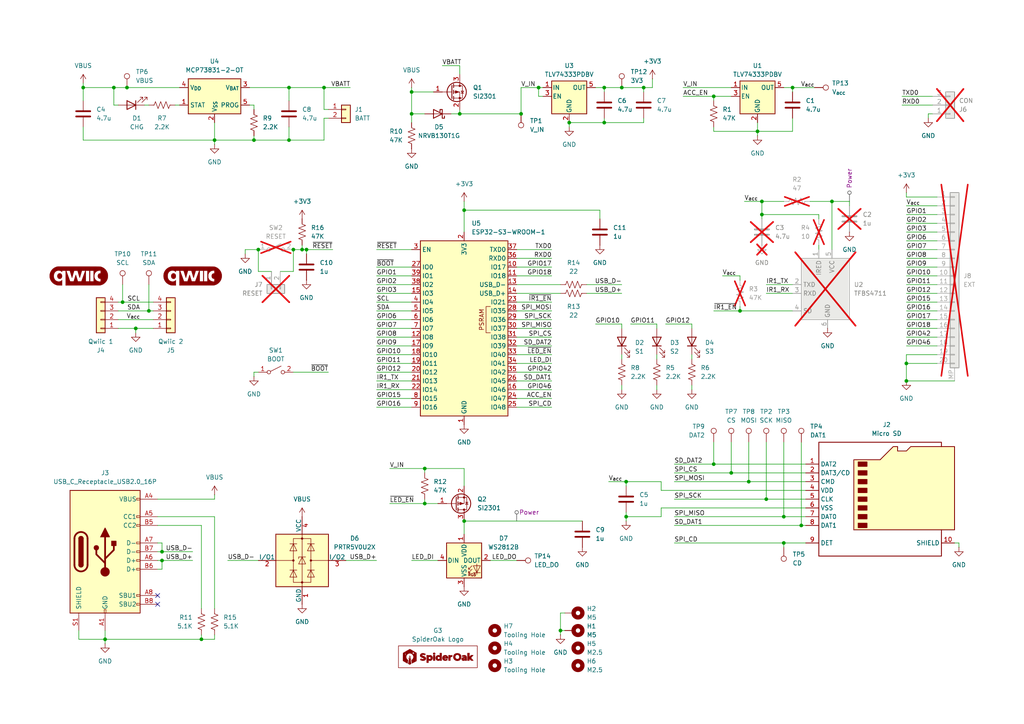
<source format=kicad_sch>
(kicad_sch (version 20250114) (generator "eeschema") (generator_version "9.0")
  (paper "A4")
  (junction (at 220.98 58.42))
  (junction (at 227.33 149.86))
  (junction (at 222.25 144.78))
  (junction (at 85.09 72.39))
  (junction (at 207.01 134.62))
  (junction (at 133.35 33.02))
  (junction (at 93.98 25.4))
  (junction (at 30.48 185.42))
  (junction (at 43.18 90.17))
  (junction (at 46.99 162.56))
  (junction (at 33.02 25.4))
  (junction (at 151.13 33.02))
  (junction (at 83.82 40.64))
  (junction (at 262.89 105.41))
  (junction (at 217.17 139.7))
  (junction (at 162.56 182.88))
  (junction (at 46.99 160.02))
  (junction (at 175.26 35.56))
  (junction (at 181.61 149.86))
  (junction (at 175.26 25.4))
  (junction (at 220.98 62.23))
  (junction (at 134.62 60.96))
  (junction (at 62.23 40.64))
  (junction (at 24.13 25.4))
  (junction (at 134.62 151.13))
  (junction (at 241.3 58.42))
  (junction (at 119.38 33.02))
  (junction (at 165.1 35.56))
  (junction (at 186.69 25.4))
  (junction (at 87.63 72.39))
  (junction (at 119.38 26.67))
  (junction (at 36.83 25.4))
  (junction (at 207.01 27.94))
  (junction (at 232.41 152.4))
  (junction (at 123.19 146.05))
  (junction (at 227.33 157.48))
  (junction (at 181.61 139.7))
  (junction (at 156.21 25.4))
  (junction (at 229.87 25.4))
  (junction (at 35.56 87.63))
  (junction (at 180.34 25.4))
  (junction (at 73.66 40.64))
  (junction (at 219.71 38.1))
  (junction (at 58.42 185.42))
  (junction (at 123.19 135.89))
  (junction (at 83.82 25.4))
  (junction (at 74.93 72.39))
  (junction (at 214.63 90.17))
  (junction (at 39.37 95.25))
  (junction (at 262.89 110.49))
  (junction (at 88.9 72.39))
  (junction (at 212.09 137.16))
  (no_connect (at 45.72 175.26))
  (no_connect (at 45.72 172.72))
  (wire (pts (xy 88.9 72.39) (xy 88.9 73.66)))
  (wire (pts (xy 149.86 115.57) (xy 160.02 115.57)))
  (wire (pts (xy 83.82 40.64) (xy 93.98 40.64)))
  (wire (pts (xy 109.22 97.79) (xy 119.38 97.79)))
  (wire (pts (xy 261.62 30.48) (xy 270.51 30.48)))
  (wire (pts (xy 156.21 25.4) (xy 156.21 27.94)))
  (wire (pts (xy 45.72 165.1) (xy 46.99 165.1)))
  (wire (pts (xy 149.86 105.41) (xy 160.02 105.41)))
  (wire (pts (xy 74.93 78.74) (xy 78.74 78.74)))
  (wire (pts (xy 30.48 185.42) (xy 30.48 186.69)))
  (wire (pts (xy 186.69 25.4) (xy 186.69 26.67)))
  (wire (pts (xy 119.38 115.57) (xy 109.22 115.57)))
  (wire (pts (xy 262.89 67.31) (xy 271.78 67.31)))
  (wire (pts (xy 222.25 85.09) (xy 229.87 85.09)))
  (wire (pts (xy 229.87 25.4) (xy 236.22 25.4)))
  (wire (pts (xy 85.09 72.39) (xy 85.09 78.74)))
  (wire (pts (xy 262.89 87.63) (xy 271.78 87.63)))
  (wire (pts (xy 109.22 102.87) (xy 119.38 102.87)))
  (wire (pts (xy 262.89 64.77) (xy 271.78 64.77)))
  (wire (pts (xy 160.02 97.79) (xy 149.86 97.79)))
  (wire (pts (xy 74.93 107.95) (xy 73.66 107.95)))
  (wire (pts (xy 262.89 95.25) (xy 271.78 95.25)))
  (wire (pts (xy 109.22 72.39) (xy 119.38 72.39)))
  (wire (pts (xy 62.23 149.86) (xy 62.23 176.53)))
  (wire (pts (xy 109.22 107.95) (xy 119.38 107.95)))
  (wire (pts (xy 58.42 176.53) (xy 58.42 152.4)))
  (wire (pts (xy 222.25 82.55) (xy 229.87 82.55)))
  (wire (pts (xy 30.48 182.88) (xy 30.48 185.42)))
  (wire (pts (xy 119.38 162.56) (xy 127 162.56)))
  (wire (pts (xy 261.62 27.94) (xy 270.51 27.94)))
  (wire (pts (xy 160.02 100.33) (xy 149.86 100.33)))
  (wire (pts (xy 198.12 25.4) (xy 212.09 25.4)))
  (wire (pts (xy 113.03 146.05) (xy 123.19 146.05)))
  (wire (pts (xy 262.89 85.09) (xy 271.78 85.09)))
  (wire (pts (xy 262.89 80.01) (xy 271.78 80.01)))
  (wire (pts (xy 162.56 184.15) (xy 162.56 182.88)))
  (wire (pts (xy 46.99 162.56) (xy 55.88 162.56)))
  (wire (pts (xy 180.34 25.4) (xy 186.69 25.4)))
  (wire (pts (xy 134.62 60.96) (xy 134.62 67.31)))
  (wire (pts (xy 207.01 134.62) (xy 233.68 134.62)))
  (wire (pts (xy 190.5 93.98) (xy 190.5 95.25)))
  (wire (pts (xy 212.09 137.16) (xy 233.68 137.16)))
  (wire (pts (xy 262.89 69.85) (xy 271.78 69.85)))
  (wire (pts (xy 180.34 93.98) (xy 180.34 95.25)))
  (wire (pts (xy 119.38 118.11) (xy 109.22 118.11)))
  (wire (pts (xy 181.61 139.7) (xy 181.61 140.97)))
  (wire (pts (xy 200.66 111.76) (xy 200.66 113.03)))
  (wire (pts (xy 24.13 29.21) (xy 24.13 25.4)))
  (wire (pts (xy 149.86 82.55) (xy 162.56 82.55)))
  (wire (pts (xy 34.29 30.48) (xy 33.02 30.48)))
  (wire (pts (xy 45.72 162.56) (xy 46.99 162.56)))
  (wire (pts (xy 209.55 80.01) (xy 214.63 80.01)))
  (wire (pts (xy 109.22 100.33) (xy 119.38 100.33)))
  (wire (pts (xy 93.98 25.4) (xy 101.6 25.4)))
  (wire (pts (xy 35.56 82.55) (xy 35.56 87.63)))
  (wire (pts (xy 22.86 182.88) (xy 22.86 185.42)))
  (wire (pts (xy 73.66 31.75) (xy 73.66 30.48)))
  (wire (pts (xy 207.01 128.27) (xy 207.01 134.62)))
  (wire (pts (xy 198.12 27.94) (xy 207.01 27.94)))
  (wire (pts (xy 207.01 36.83) (xy 207.01 38.1)))
  (wire (pts (xy 134.62 58.42) (xy 134.62 60.96)))
  (wire (pts (xy 46.99 160.02) (xy 46.99 157.48)))
  (wire (pts (xy 237.49 62.23) (xy 237.49 63.5)))
  (wire (pts (xy 232.41 152.4) (xy 233.68 152.4)))
  (wire (pts (xy 58.42 152.4) (xy 45.72 152.4)))
  (wire (pts (xy 262.89 90.17) (xy 271.78 90.17)))
  (wire (pts (xy 262.89 102.87) (xy 271.78 102.87)))
  (wire (pts (xy 151.13 25.4) (xy 151.13 33.02)))
  (wire (pts (xy 109.22 92.71) (xy 119.38 92.71)))
  (wire (pts (xy 85.09 72.39) (xy 87.63 72.39)))
  (wire (pts (xy 220.98 58.42) (xy 220.98 62.23)))
  (wire (pts (xy 278.13 158.75) (xy 278.13 157.48)))
  (wire (pts (xy 170.18 82.55) (xy 180.34 82.55)))
  (wire (pts (xy 262.89 55.88) (xy 262.89 57.15)))
  (wire (pts (xy 66.04 162.56) (xy 74.93 162.56)))
  (wire (pts (xy 50.8 30.48) (xy 52.07 30.48)))
  (wire (pts (xy 214.63 80.01) (xy 214.63 81.28)))
  (wire (pts (xy 83.82 25.4) (xy 83.82 29.21)))
  (wire (pts (xy 24.13 25.4) (xy 33.02 25.4)))
  (wire (pts (xy 195.58 157.48) (xy 227.33 157.48)))
  (wire (pts (xy 160.02 90.17) (xy 149.86 90.17)))
  (wire (pts (xy 74.93 72.39) (xy 74.93 78.74)))
  (wire (pts (xy 222.25 128.27) (xy 222.25 144.78)))
  (wire (pts (xy 149.86 77.47) (xy 160.02 77.47)))
  (wire (pts (xy 181.61 149.86) (xy 191.77 149.86)))
  (wire (pts (xy 170.18 85.09) (xy 180.34 85.09)))
  (wire (pts (xy 162.56 177.8) (xy 162.56 182.88)))
  (wire (pts (xy 72.39 25.4) (xy 83.82 25.4)))
  (wire (pts (xy 190.5 111.76) (xy 190.5 113.03)))
  (wire (pts (xy 217.17 139.7) (xy 233.68 139.7)))
  (wire (pts (xy 220.98 58.42) (xy 227.33 58.42)))
  (wire (pts (xy 207.01 38.1) (xy 219.71 38.1)))
  (wire (pts (xy 62.23 35.56) (xy 62.23 40.64)))
  (wire (pts (xy 119.38 33.02) (xy 119.38 35.56)))
  (wire (pts (xy 39.37 95.25) (xy 44.45 95.25)))
  (wire (pts (xy 45.72 144.78) (xy 62.23 144.78)))
  (wire (pts (xy 175.26 35.56) (xy 175.26 34.29)))
  (wire (pts (xy 262.89 74.93) (xy 271.78 74.93)))
  (wire (pts (xy 24.13 40.64) (xy 24.13 36.83)))
  (wire (pts (xy 219.71 38.1) (xy 219.71 39.37)))
  (wire (pts (xy 195.58 144.78) (xy 222.25 144.78)))
  (wire (pts (xy 93.98 34.29) (xy 95.25 34.29)))
  (wire (pts (xy 165.1 35.56) (xy 175.26 35.56)))
  (wire (pts (xy 41.91 30.48) (xy 43.18 30.48)))
  (wire (pts (xy 176.53 139.7) (xy 181.61 139.7)))
  (wire (pts (xy 195.58 137.16) (xy 212.09 137.16)))
  (wire (pts (xy 262.89 110.49) (xy 276.86 110.49)))
  (wire (pts (xy 262.89 57.15) (xy 271.78 57.15)))
  (wire (pts (xy 180.34 111.76) (xy 180.34 113.03)))
  (wire (pts (xy 149.86 102.87) (xy 160.02 102.87)))
  (wire (pts (xy 165.1 35.56) (xy 165.1 36.83)))
  (wire (pts (xy 35.56 87.63) (xy 44.45 87.63)))
  (wire (pts (xy 88.9 72.39) (xy 96.52 72.39)))
  (wire (pts (xy 123.19 135.89) (xy 123.19 137.16)))
  (wire (pts (xy 149.86 118.11) (xy 160.02 118.11)))
  (wire (pts (xy 180.34 102.87) (xy 180.34 104.14)))
  (wire (pts (xy 71.12 72.39) (xy 71.12 73.66)))
  (wire (pts (xy 109.22 95.25) (xy 119.38 95.25)))
  (wire (pts (xy 93.98 40.64) (xy 93.98 34.29)))
  (wire (pts (xy 43.18 90.17) (xy 44.45 90.17)))
  (wire (pts (xy 262.89 72.39) (xy 271.78 72.39)))
  (wire (pts (xy 58.42 185.42) (xy 62.23 185.42)))
  (wire (pts (xy 262.89 105.41) (xy 271.78 105.41)))
  (wire (pts (xy 109.22 90.17) (xy 119.38 90.17)))
  (wire (pts (xy 246.38 59.69) (xy 246.38 58.42)))
  (wire (pts (xy 83.82 36.83) (xy 83.82 40.64)))
  (wire (pts (xy 62.23 40.64) (xy 62.23 41.91)))
  (wire (pts (xy 278.13 157.48) (xy 276.86 157.48)))
  (wire (pts (xy 87.63 72.39) (xy 88.9 72.39)))
  (wire (pts (xy 181.61 139.7) (xy 191.77 139.7)))
  (wire (pts (xy 46.99 160.02) (xy 55.88 160.02)))
  (wire (pts (xy 229.87 25.4) (xy 229.87 26.67)))
  (wire (pts (xy 220.98 62.23) (xy 237.49 62.23)))
  (wire (pts (xy 262.89 77.47) (xy 271.78 77.47)))
  (wire (pts (xy 212.09 128.27) (xy 212.09 137.16)))
  (wire (pts (xy 81.28 78.74) (xy 85.09 78.74)))
  (wire (pts (xy 119.38 80.01) (xy 109.22 80.01)))
  (wire (pts (xy 62.23 143.51) (xy 62.23 144.78)))
  (wire (pts (xy 62.23 149.86) (xy 45.72 149.86)))
  (wire (pts (xy 123.19 146.05) (xy 123.19 144.78)))
  (wire (pts (xy 190.5 102.87) (xy 190.5 104.14)))
  (wire (pts (xy 46.99 165.1) (xy 46.99 162.56)))
  (wire (pts (xy 195.58 152.4) (xy 232.41 152.4)))
  (wire (pts (xy 134.62 60.96) (xy 173.99 60.96)))
  (wire (pts (xy 33.02 30.48) (xy 33.02 25.4)))
  (wire (pts (xy 262.89 59.69) (xy 271.78 59.69)))
  (wire (pts (xy 62.23 40.64) (xy 73.66 40.64)))
  (wire (pts (xy 227.33 128.27) (xy 227.33 149.86)))
  (wire (pts (xy 119.38 82.55) (xy 109.22 82.55)))
  (wire (pts (xy 73.66 40.64) (xy 73.66 39.37)))
  (wire (pts (xy 133.35 19.05) (xy 133.35 21.59)))
  (wire (pts (xy 133.35 33.02) (xy 133.35 31.75)))
  (wire (pts (xy 217.17 128.27) (xy 217.17 139.7)))
  (wire (pts (xy 269.24 33.02) (xy 270.51 33.02)))
  (wire (pts (xy 207.01 90.17) (xy 214.63 90.17)))
  (wire (pts (xy 182.88 93.98) (xy 190.5 93.98)))
  (wire (pts (xy 200.66 102.87) (xy 200.66 104.14)))
  (wire (pts (xy 142.24 162.56) (xy 149.86 162.56)))
  (wire (pts (xy 149.86 72.39) (xy 160.02 72.39)))
  (wire (pts (xy 246.38 58.42) (xy 241.3 58.42)))
  (wire (pts (xy 58.42 185.42) (xy 58.42 184.15)))
  (wire (pts (xy 45.72 157.48) (xy 46.99 157.48)))
  (wire (pts (xy 134.62 151.13) (xy 134.62 154.94)))
  (wire (pts (xy 149.86 107.95) (xy 160.02 107.95)))
  (wire (pts (xy 195.58 134.62) (xy 207.01 134.62)))
  (wire (pts (xy 24.13 40.64) (xy 62.23 40.64)))
  (wire (pts (xy 93.98 25.4) (xy 93.98 31.75)))
  (wire (pts (xy 172.72 93.98) (xy 180.34 93.98)))
  (wire (pts (xy 34.29 87.63) (xy 35.56 87.63)))
  (wire (pts (xy 73.66 107.95) (xy 73.66 109.22)))
  (wire (pts (xy 156.21 25.4) (xy 157.48 25.4)))
  (wire (pts (xy 109.22 87.63) (xy 119.38 87.63)))
  (wire (pts (xy 162.56 182.88) (xy 163.83 182.88)))
  (wire (pts (xy 43.18 82.55) (xy 43.18 90.17)))
  (wire (pts (xy 39.37 95.25) (xy 39.37 96.52)))
  (wire (pts (xy 262.89 82.55) (xy 271.78 82.55)))
  (wire (pts (xy 119.38 33.02) (xy 123.19 33.02)))
  (wire (pts (xy 241.3 72.39) (xy 241.3 58.42)))
  (wire (pts (xy 149.86 92.71) (xy 160.02 92.71)))
  (wire (pts (xy 191.77 147.32) (xy 191.77 149.86)))
  (wire (pts (xy 151.13 25.4) (xy 156.21 25.4)))
  (wire (pts (xy 191.77 139.7) (xy 191.77 142.24)))
  (wire (pts (xy 24.13 24.13) (xy 24.13 25.4)))
  (wire (pts (xy 93.98 31.75) (xy 95.25 31.75)))
  (wire (pts (xy 73.66 40.64) (xy 83.82 40.64)))
  (wire (pts (xy 119.38 113.03) (xy 109.22 113.03)))
  (wire (pts (xy 189.23 22.86) (xy 189.23 25.4)))
  (wire (pts (xy 200.66 93.98) (xy 200.66 95.25)))
  (wire (pts (xy 186.69 34.29) (xy 186.69 35.56)))
  (wire (pts (xy 149.86 110.49) (xy 160.02 110.49)))
  (wire (pts (xy 34.29 92.71) (xy 44.45 92.71)))
  (wire (pts (xy 149.86 113.03) (xy 160.02 113.03)))
  (wire (pts (xy 215.9 58.42) (xy 220.98 58.42)))
  (wire (pts (xy 163.83 177.8) (xy 162.56 177.8)))
  (wire (pts (xy 227.33 25.4) (xy 229.87 25.4)))
  (wire (pts (xy 119.38 25.4) (xy 119.38 26.67)))
  (wire (pts (xy 175.26 35.56) (xy 186.69 35.56)))
  (wire (pts (xy 74.93 72.39) (xy 71.12 72.39)))
  (wire (pts (xy 133.35 33.02) (xy 151.13 33.02)))
  (wire (pts (xy 119.38 26.67) (xy 119.38 33.02)))
  (wire (pts (xy 214.63 88.9) (xy 214.63 90.17)))
  (wire (pts (xy 175.26 25.4) (xy 175.26 26.67)))
  (wire (pts (xy 100.33 162.56) (xy 109.22 162.56)))
  (wire (pts (xy 220.98 63.5) (xy 220.98 62.23)))
  (wire (pts (xy 119.38 26.67) (xy 125.73 26.67)))
  (wire (pts (xy 30.48 185.42) (xy 58.42 185.42)))
  (wire (pts (xy 193.04 93.98) (xy 200.66 93.98)))
  (wire (pts (xy 262.89 102.87) (xy 262.89 105.41)))
  (wire (pts (xy 227.33 157.48) (xy 233.68 157.48)))
  (wire (pts (xy 172.72 25.4) (xy 175.26 25.4)))
  (wire (pts (xy 73.66 30.48) (xy 72.39 30.48)))
  (wire (pts (xy 227.33 157.48) (xy 227.33 158.75)))
  (wire (pts (xy 130.81 33.02) (xy 133.35 33.02)))
  (wire (pts (xy 191.77 142.24) (xy 233.68 142.24)))
  (wire (pts (xy 191.77 147.32) (xy 233.68 147.32)))
  (wire (pts (xy 22.86 185.42) (xy 30.48 185.42)))
  (wire (pts (xy 237.49 71.12) (xy 237.49 72.39)))
  (wire (pts (xy 62.23 185.42) (xy 62.23 184.15)))
  (wire (pts (xy 85.09 107.95) (xy 95.25 107.95)))
  (wire (pts (xy 157.48 27.94) (xy 156.21 27.94)))
  (wire (pts (xy 214.63 90.17) (xy 229.87 90.17)))
  (wire (pts (xy 149.86 74.93) (xy 160.02 74.93)))
  (wire (pts (xy 119.38 77.47) (xy 109.22 77.47)))
  (wire (pts (xy 195.58 139.7) (xy 217.17 139.7)))
  (wire (pts (xy 149.86 80.01) (xy 160.02 80.01)))
  (wire (pts (xy 134.62 135.89) (xy 134.62 140.97)))
  (wire (pts (xy 269.24 34.29) (xy 269.24 33.02)))
  (wire (pts (xy 262.89 100.33) (xy 271.78 100.33)))
  (wire (pts (xy 175.26 25.4) (xy 180.34 25.4)))
  (wire (pts (xy 229.87 38.1) (xy 229.87 34.29)))
  (wire (pts (xy 128.27 19.05) (xy 133.35 19.05)))
  (wire (pts (xy 262.89 97.79) (xy 271.78 97.79)))
  (wire (pts (xy 149.86 87.63) (xy 160.02 87.63)))
  (wire (pts (xy 34.29 90.17) (xy 43.18 90.17)))
  (wire (pts (xy 234.95 58.42) (xy 241.3 58.42)))
  (wire (pts (xy 34.29 95.25) (xy 39.37 95.25)))
  (wire (pts (xy 36.83 25.4) (xy 52.07 25.4)))
  (wire (pts (xy 45.72 160.02) (xy 46.99 160.02)))
  (wire (pts (xy 109.22 105.41) (xy 119.38 105.41)))
  (wire (pts (xy 181.61 149.86) (xy 181.61 151.13)))
  (wire (pts (xy 186.69 25.4) (xy 189.23 25.4)))
  (wire (pts (xy 222.25 144.78) (xy 233.68 144.78)))
  (wire (pts (xy 109.22 110.49) (xy 119.38 110.49)))
  (wire (pts (xy 134.62 151.13) (xy 168.91 151.13)))
  (wire (pts (xy 149.86 95.25) (xy 160.02 95.25)))
  (wire (pts (xy 262.89 105.41) (xy 262.89 110.49)))
  (wire (pts (xy 87.63 71.12) (xy 87.63 72.39)))
  (wire (pts (xy 181.61 149.86) (xy 181.61 148.59)))
  (wire (pts (xy 113.03 135.89) (xy 123.19 135.89)))
  (wire (pts (xy 109.22 85.09) (xy 119.38 85.09)))
  (wire (pts (xy 83.82 25.4) (xy 93.98 25.4)))
  (wire (pts (xy 232.41 128.27) (xy 232.41 152.4)))
  (wire (pts (xy 195.58 149.86) (xy 227.33 149.86)))
  (wire (pts (xy 33.02 25.4) (xy 36.83 25.4)))
  (wire (pts (xy 207.01 27.94) (xy 207.01 29.21)))
  (wire (pts (xy 123.19 135.89) (xy 134.62 135.89)))
  (wire (pts (xy 227.33 149.86) (xy 233.68 149.86)))
  (wire (pts (xy 127 146.05) (xy 123.19 146.05)))
  (wire (pts (xy 262.89 62.23) (xy 271.78 62.23)))
  (wire (pts (xy 149.86 85.09) (xy 162.56 85.09)))
  (wire (pts (xy 173.99 60.96) (xy 173.99 63.5)))
  (wire (pts (xy 262.89 92.71) (xy 271.78 92.71)))
  (wire (pts (xy 207.01 27.94) (xy 212.09 27.94)))
  (wire (pts (xy 219.71 38.1) (xy 229.87 38.1)))
  (wire (pts (xy 219.71 38.1) (xy 219.71 35.56)))
  (label "~{IR1_EN}" (at 160.02 87.63 180))
  (label "SPI_CD" (at 195.58 157.48 0))
  (label "GPIO12" (at 262.89 85.09 0))
  (label "GPIO17" (at 160.02 77.47 180))
  (label "GPIO11" (at 109.22 105.41 0))
  (label "GPIO46" (at 160.02 113.03 180))
  (label "TXD0" (at 160.02 72.39 180))
  (label "GPIO9" (at 109.22 100.33 0))
  (label "GPIO10" (at 172.72 93.98 0))
  (label "~{IR1_EN}" (at 207.01 90.17 0))
  (label "SD_DAT1" (at 195.58 152.4 0))
  (label "SD_DAT2" (at 160.02 100.33 180))
  (label "ACC_EN" (at 160.02 115.57 180))
  (label "RXD0" (at 160.02 74.93 180))
  (label "USB_D+" (at 109.22 162.56 180))
  (label "GPIO16" (at 262.89 90.17 0))
  (label "GPIO17" (at 262.89 92.71 0))
  (label "IR1_TX" (at 109.22 110.49 0))
  (label "SPI_SCK" (at 160.02 92.71 180))
  (label "V_IN" (at 198.12 25.4 0))
  (label "GPIO2" (at 109.22 82.55 0))
  (label "GPIO16" (at 109.22 118.11 0))
  (label "IR1_RX" (at 109.22 113.03 0))
  (label "GPIO46" (at 262.89 100.33 0))
  (label "SCL" (at 40.64 87.63 180))
  (label "V_{acc}" (at 176.53 139.7 0))
  (label "SD_DAT1" (at 160.02 110.49 180))
  (label "SPI_CD" (at 160.02 118.11 180))
  (label "~{BOOT}" (at 109.22 77.47 0))
  (label "V_IN" (at 151.13 25.4 0))
  (label "V_{acc}" (at 236.22 25.4 180))
  (label "~{LED_EN}" (at 113.03 146.05 0))
  (label "GPIO42" (at 262.89 97.79 0))
  (label "SPI_MISO" (at 195.58 149.86 0))
  (label "GPIO10" (at 109.22 102.87 0))
  (label "IR1_TX" (at 222.25 82.55 0))
  (label "LED_DO" (at 149.86 162.56 180))
  (label "SD_DAT2" (at 195.58 134.62 0))
  (label "GPIO11" (at 182.88 93.98 0))
  (label "GPIO18" (at 160.02 80.01 180))
  (label "USB_D-" (at 66.04 162.56 0))
  (label "SPI_CS" (at 160.02 97.79 180))
  (label "GPIO3" (at 109.22 85.09 0))
  (label "USB_D-" (at 180.34 82.55 180))
  (label "V_{acc}" (at 262.89 59.69 0))
  (label "~{RESET}" (at 109.22 72.39 0))
  (label "RXD0" (at 261.62 30.48 0))
  (label "GPIO10" (at 262.89 80.01 0))
  (label "~{LED_EN}" (at 160.02 102.87 180))
  (label "VBATT" (at 128.27 19.05 0))
  (label "GPIO9" (at 262.89 77.47 0))
  (label "GPIO1" (at 109.22 80.01 0))
  (label "V_IN" (at 113.03 135.89 0))
  (label "~{BOOT}" (at 95.25 107.95 180))
  (label "V_{acc}" (at 215.9 58.42 0))
  (label "USB_D-" (at 55.88 160.02 180))
  (label "SPI_CS" (at 195.58 137.16 0))
  (label "SDA" (at 40.64 90.17 180))
  (label "GPIO8" (at 109.22 97.79 0))
  (label "GPIO18" (at 262.89 95.25 0))
  (label "USB_D+" (at 180.34 85.09 180))
  (label "GPIO42" (at 160.02 107.95 180))
  (label "GPIO15" (at 109.22 115.57 0))
  (label "LED_DI" (at 119.38 162.56 0))
  (label "SPI_SCK" (at 195.58 144.78 0))
  (label "V_{acc}" (at 209.55 80.01 0))
  (label "~{RESET}" (at 96.52 72.39 180))
  (label "GPIO12" (at 109.22 107.95 0))
  (label "GPIO7" (at 262.89 72.39 0))
  (label "GPIO2" (at 262.89 64.77 0))
  (label "GPIO7" (at 109.22 95.25 0))
  (label "LED_DI" (at 160.02 105.41 180))
  (label "GPIO8" (at 262.89 74.93 0))
  (label "IR1_RX" (at 222.25 85.09 0))
  (label "SPI_MOSI" (at 195.58 139.7 0))
  (label "SCL" (at 109.22 87.63 0))
  (label "GPIO1" (at 262.89 62.23 0))
  (label "GPIO6" (at 262.89 69.85 0))
  (label "SPI_MOSI" (at 160.02 90.17 180))
  (label "TXD0" (at 261.62 27.94 0))
  (label "GPIO11" (at 262.89 82.55 0))
  (label "GPIO6" (at 109.22 92.71 0))
  (label "ACC_EN" (at 198.12 27.94 0))
  (label "VBATT" (at 101.6 25.4 180))
  (label "USB_D+" (at 55.88 162.56 180))
  (label "V_{acc}" (at 40.64 92.71 180))
  (label "GPIO15" (at 262.89 87.63 0))
  (label "SPI_MISO" (at 160.02 95.25 180))
  (label "GPIO12" (at 193.04 93.98 0))
  (label "GPIO3" (at 262.89 67.31 0))
  (label "SDA" (at 109.22 90.17 0))
  (netclass_flag "" (length 2.54) (shape round) (at 149.86 151.13 0) (property "Netclass" "Power" (at 150.5585 148.59 0) (effects (justify left))))
  (netclass_flag "" (length 2.54) (shape round) (at 246.38 58.42 0) (property "Netclass" "Power" (at 246.38 54.61 90) (effects (justify left))))
  (symbol (lib_id "Device:C") (at 181.61 144.78 0) (unit 1)
    (property "Reference" "C5" (at 185.42 143.5099 0) (effects (justify left)))
    (property "Value" "1u" (at 185.42 146.0499 0) (effects (justify left)))
    (property "Footprint" "Capacitor_SMD:C_0805_2012Metric_Pad1.18x1.45mm_HandSolder" (effects (hide yes)))
    (property "Description" "Unpolarized capacitor" (effects (hide yes)))
    (property "MPN" "CL21B105KBFNNNE" (effects (hide yes)))
    (property "LCSC PN" "C28323" (effects (hide yes)))
  )
  (symbol (lib_id "Device:R_US") (at 58.42 180.34 0) (unit 1)
    (property "Reference" "R11" (at 55.88 179.0699 0) (effects (justify right)))
    (property "Value" "5.1K" (at 55.88 181.6099 0) (effects (justify right)))
    (property "Footprint" "Resistor_SMD:R_0805_2012Metric_Pad1.20x1.40mm_HandSolder" (effects (hide yes)))
    (property "Description" "Resistor, US symbol" (effects (hide yes)))
    (property "MPN" "RC0805FR-075K1L" (effects (hide yes)))
    (property "LCSC PN" "C84375" (effects (hide yes)))
  )
  (symbol (lib_id "power:GND") (at 173.99 71.12 0) (unit 1)
    (property "Reference" "#PWR012" (effects (hide yes)))
    (property "Value" "GND" (at 173.99 76.2 0))
    (property "Description" "Power symbol creates a global label with name \"GND\" , ground" (effects (hide yes)))
  )
  (symbol (lib_id "power:+3V3") (at 262.89 55.88 0) (unit 1)
    (property "Reference" "#PWR09" (effects (hide yes)))
    (property "Value" "+3V3" (at 262.89 50.8 0))
    (property "Description" "Power symbol creates a global label with name \"+3V3\"" (effects (hide yes)))
  )
  (symbol (lib_id "power:GND") (at 180.34 113.03 0) (unit 1)
    (property "Reference" "#PWR017" (effects (hide yes)))
    (property "Value" "GND" (at 180.34 118.11 0))
    (property "Description" "Power symbol creates a global label with name \"GND\" , ground" (effects (hide yes)))
  )
  (symbol (lib_id "power:GND") (at 119.38 43.18 0) (unit 1)
    (property "Reference" "#PWR08" (effects (hide yes)))
    (property "Value" "GND" (at 119.38 48.26 0))
    (property "Description" "Power symbol creates a global label with name \"GND\" , ground" (effects (hide yes)))
  )
  (symbol (lib_id "Device:LED") (at 190.5 99.06 90) (unit 1)
    (property "Reference" "D3" (at 194.31 99.3774 90) (effects (justify right)))
    (property "Value" "S2" (at 194.31 101.9174 90) (effects (justify right)))
    (property "Footprint" "LED_SMD:LED_0805_2012Metric" (effects (hide yes)))
    (property "Description" "Light emitting diode" (effects (hide yes)))
    (property "Sim.Pins" "1=K 2=A" (effects (hide yes)))
    (property "MPN" "XL-2012SURC" (effects (hide yes)))
    (property "LCSC PN" "C965812" (effects (hide yes)))
  )
  (symbol (lib_id "Connector:Micro_SD_Card_Det1") (at 256.54 144.78 0) (unit 1)
    (property "Reference" "J2" (at 257.175 123.19 0))
    (property "Value" "Micro SD" (at 257.175 125.73 0))
    (property "Footprint" "custom8:MSD-4-A" (effects (hide yes)))
    (property "Datasheet" "https://www.mouser.com/datasheet/2/1628/msd_4_a-3510387.pdf" (effects (hide yes)))
    (property "Description" "Micro SD Card Socket with one card detection pin" (effects (hide yes)))
    (property "MPN" "MSD-4-A" (effects (hide yes)))
    (property "LCSC PN" "C5454948" (effects (hide yes)))
  )
  (symbol (lib_id "power:VBUS") (at 119.38 25.4 0) (unit 1)
    (property "Reference" "#PWR03" (effects (hide yes)))
    (property "Value" "VBUS" (at 119.38 20.32 0))
    (property "Description" "Power symbol creates a global label with name \"VBUS\"" (effects (hide yes)))
  )
  (symbol (lib_id "power:GND") (at 88.9 81.28 0) (unit 1)
    (property "Reference" "#PWR016" (effects (hide yes)))
    (property "Value" "GND" (at 88.9 86.36 0))
    (property "Description" "Power symbol creates a global label with name \"GND\" , ground" (effects (hide yes)))
  )
  (symbol (lib_id "Device:C") (at 83.82 33.02 0) (unit 1)
    (property "Reference" "C8" (at 87.63 31.7499 0) (effects (justify left)))
    (property "Value" "4.7u" (at 87.63 34.2899 0) (effects (justify left)))
    (property "Footprint" "Capacitor_SMD:C_0805_2012Metric_Pad1.18x1.45mm_HandSolder" (effects (hide yes)))
    (property "Description" "Unpolarized capacitor" (effects (hide yes)))
    (property "MPN" "CL21A475KPFNNNG" (effects (hide yes)))
    (property "LCSC PN" "C1779" (effects (hide yes)))
  )
  (symbol (lib_id "power:GND") (at 240.03 95.25 0) (unit 1)
    (property "Reference" "#PWR021" (effects (hide yes)))
    (property "Value" "GND" (at 240.03 100.33 0))
    (property "Description" "Power symbol creates a global label with name \"GND\" , ground" (effects (hide yes)))
  )
  (symbol (lib_id "power:GND") (at 165.1 36.83 0) (unit 1)
    (property "Reference" "#PWR05" (effects (hide yes)))
    (property "Value" "GND" (at 165.1 41.91 0))
    (property "Description" "Power symbol creates a global label with name \"GND\" , ground" (effects (hide yes)))
  )
  (symbol (lib_id "Connector:TestPoint") (at 227.33 128.27 0) (unit 1) (in_bom no)
    (property "Reference" "TP3" (at 227.33 119.38 0))
    (property "Value" "MISO" (at 227.33 121.92 0))
    (property "Footprint" "TestPoint:TestPoint_Pad_D1.0mm" (effects (hide yes)))
    (property "Description" "test point" (effects (hide yes)))
  )
  (symbol (lib_id "Device:C") (at 220.98 67.31 0) (unit 1) (in_bom no) (dnp yes)
    (property "Reference" "C3" (at 224.79 66.0399 0) (effects (justify left)))
    (property "Value" "4.7u" (at 224.79 68.5799 0) (effects (justify left)))
    (property "Footprint" "Capacitor_SMD:C_0805_2012Metric_Pad1.18x1.45mm_HandSolder" (effects (hide yes)))
    (property "Description" "Unpolarized capacitor" (effects (hide yes)))
    (property "MPN" "CL21A475KPFNNNG" (effects (hide yes)))
  )
  (symbol (lib_id "Device:C") (at 173.99 67.31 0) (unit 1)
    (property "Reference" "C11" (at 177.8 66.0399 0) (effects (justify left)))
    (property "Value" "1u" (at 177.8 68.5799 0) (effects (justify left)))
    (property "Footprint" "Capacitor_SMD:C_0805_2012Metric_Pad1.18x1.45mm_HandSolder" (effects (hide yes)))
    (property "Description" "Unpolarized capacitor" (effects (hide yes)))
    (property "MPN" "CL21B105KBFNNNE" (effects (hide yes)))
    (property "LCSC PN" "C28323" (effects (hide yes)))
  )
  (symbol (lib_id "Connector_Generic:Conn_01x04") (at 29.21 92.71 180) (unit 1)
    (property "Reference" "J4" (at 29.21 101.6 0))
    (property "Value" "Qwiic 1" (at 29.21 99.06 0))
    (property "Footprint" "Connector_JST:JST_SH_SM04B-SRSS-TB_1x04-1MP_P1.00mm_Horizontal" (effects (hide yes)))
    (property "Description" "Generic connector, single row, 01x04, script generated (kicad-library-utils/schlib/autogen/connector/)" (effects (hide yes)))
    (property "MPN" "WAFER-SH1.0-4PWB" (effects (hide yes)))
    (property "LCSC PN" "C3029343" (effects (hide yes)))
  )
  (symbol (lib_id "Connector:TestPoint") (at 212.09 128.27 0) (unit 1) (in_bom no)
    (property "Reference" "TP7" (at 212.09 119.38 0))
    (property "Value" "CS" (at 212.09 121.92 0))
    (property "Footprint" "TestPoint:TestPoint_Pad_D1.0mm" (effects (hide yes)))
    (property "Description" "test point" (effects (hide yes)))
  )
  (symbol (lib_id "SparkFun-Qwiic:qwiic_Logo") (at 55.88 80.01 0) (unit 1) (in_bom no)
    (property "Reference" "G2" (effects (hide yes)))
    (property "Value" "qwiic_Logo" (effects (hide yes)))
    (property "Footprint" "SparkFun-Qwiic:qwiic_5.5mm" (effects (hide yes)))
  )
  (symbol (lib_id "power:GND") (at 71.12 73.66 0) (unit 1)
    (property "Reference" "#PWR013" (effects (hide yes)))
    (property "Value" "GND" (at 71.12 78.74 0))
    (property "Description" "Power symbol creates a global label with name \"GND\" , ground" (effects (hide yes)))
  )
  (symbol (lib_id "Device:R_US") (at 166.37 82.55 90) (unit 1)
    (property "Reference" "R14" (at 166.37 76.2 90))
    (property "Value" "22" (at 166.37 78.74 90))
    (property "Footprint" "Resistor_SMD:R_0805_2012Metric_Pad1.20x1.40mm_HandSolder" (effects (hide yes)))
    (property "Description" "Resistor, US symbol" (effects (hide yes)))
    (property "MPN" "RC0805FR-0722RL" (effects (hide yes)))
    (property "LCSC PN" "C107702" (effects (hide yes)))
  )
  (symbol (lib_id "Connector:TestPoint") (at 43.18 82.55 0) (unit 1) (in_bom no)
    (property "Reference" "TP11" (at 43.18 73.66 0))
    (property "Value" "SDA" (at 43.18 76.2 0))
    (property "Footprint" "TestPoint:TestPoint_Pad_D1.0mm" (effects (hide yes)))
    (property "Description" "test point" (effects (hide yes)))
  )
  (symbol (lib_id "power:GND") (at 220.98 71.12 0) (unit 1) (dnp yes)
    (property "Reference" "#PWR015" (effects (hide yes)))
    (property "Value" "GND" (at 220.98 76.2 0))
    (property "Description" "Power symbol creates a global label with name \"GND\" , ground" (effects (hide yes)))
  )
  (symbol (lib_id "Device:R_US") (at 73.66 35.56 0) (unit 1)
    (property "Reference" "R9" (at 76.2 34.2899 0) (effects (justify left)))
    (property "Value" "2.2K" (at 76.2 36.8299 0) (effects (justify left)))
    (property "Footprint" "Resistor_SMD:R_0805_2012Metric_Pad1.20x1.40mm_HandSolder" (effects (hide yes)))
    (property "Description" "Resistor, US symbol" (effects (hide yes)))
    (property "MPN" "RC0805FR-072K2L" (effects (hide yes)))
    (property "LCSC PN" "C114561" (effects (hide yes)))
  )
  (symbol (lib_id "RF_Module:ESP32-S3-WROOM-1") (at 134.62 95.25 0) (unit 1)
    (property "Reference" "U5" (at 136.7633 64.77 0) (effects (justify left)))
    (property "Value" "ESP32-S3-WROOM-1" (at 136.7633 67.31 0) (effects (justify left)))
    (property "Footprint" "RF_Module:ESP32-S3-WROOM-1" (effects (hide yes)))
    (property "Datasheet" "https://www.espressif.com/sites/default/files/documentation/esp32-s3-wroom-1_wroom-1u_datasheet_en.pdf" (effects (hide yes)))
    (property "Description" "RF Module, ESP32-S3 SoC, Wi-Fi 802.11b/g/n, Bluetooth, BLE, 32-bit, 3.3V, onboard antenna, SMD" (effects (hide yes)))
    (property "MPN" "ESP32-S3-WROOM-1-N4R2" (effects (hide yes)))
    (property "LCSC PN" "C2913203" (effects (hide yes)))
  )
  (symbol (lib_id "Device:C") (at 168.91 154.94 0) (unit 1)
    (property "Reference" "C9" (at 172.72 153.6699 0) (effects (justify left)))
    (property "Value" "1u" (at 172.72 156.2099 0) (effects (justify left)))
    (property "Footprint" "Capacitor_SMD:C_0805_2012Metric_Pad1.18x1.45mm_HandSolder" (effects (hide yes)))
    (property "Description" "Unpolarized capacitor" (effects (hide yes)))
    (property "MPN" "CL21B105KBFNNNE" (effects (hide yes)))
    (property "LCSC PN" "C28323" (effects (hide yes)))
  )
  (symbol (lib_id "Device:R_US") (at 180.34 107.95 0) (unit 1)
    (property "Reference" "R8" (at 182.88 106.6799 0) (effects (justify left)))
    (property "Value" "2.2K" (at 182.88 109.2199 0) (effects (justify left)))
    (property "Footprint" "Resistor_SMD:R_0805_2012Metric_Pad1.20x1.40mm_HandSolder" (effects (hide yes)))
    (property "Description" "Resistor, US symbol" (effects (hide yes)))
    (property "MPN" "RC0805FR-072K2L" (effects (hide yes)))
    (property "LCSC PN" "C114561" (effects (hide yes)))
  )
  (symbol (lib_id "power:GND") (at 134.62 123.19 0) (unit 1)
    (property "Reference" "#PWR024" (effects (hide yes)))
    (property "Value" "GND" (at 134.62 128.27 0))
    (property "Description" "Power symbol creates a global label with name \"GND\" , ground" (effects (hide yes)))
  )
  (symbol (lib_id "power:+3V3") (at 189.23 22.86 0) (unit 1)
    (property "Reference" "#PWR01" (effects (hide yes)))
    (property "Value" "+3V3" (at 189.23 17.78 0))
    (property "Description" "Power symbol creates a global label with name \"+3V3\"" (effects (hide yes)))
  )
  (symbol (lib_id "Device:R_US") (at 200.66 107.95 0) (unit 1)
    (property "Reference" "R6" (at 203.2 106.6799 0) (effects (justify left)))
    (property "Value" "2.2K" (at 203.2 109.2199 0) (effects (justify left)))
    (property "Footprint" "Resistor_SMD:R_0805_2012Metric_Pad1.20x1.40mm_HandSolder" (effects (hide yes)))
    (property "Description" "Resistor, US symbol" (effects (hide yes)))
    (property "MPN" "RC0805FR-072K2L" (effects (hide yes)))
    (property "LCSC PN" "C114561" (effects (hide yes)))
  )
  (symbol (lib_id "Transistor_FET:Q_PMOS_GSD") (at 130.81 26.67 0) (unit 1)
    (property "Reference" "Q1" (at 137.16 25.3999 0) (effects (justify left)))
    (property "Value" "SI2301" (at 137.16 27.9399 0) (effects (justify left)))
    (property "Footprint" "Package_TO_SOT_SMD:SOT-23" (effects (hide yes)))
    (property "Description" "P-MOSFET transistor, gate/source/drain" (effects (hide yes)))
    (property "MPN" "SI2301" (effects (hide yes)))
    (property "LCSC PN" "C42456911" (effects (hide yes)))
  )
  (symbol (lib_id "power:GND") (at 87.63 175.26 0) (unit 1)
    (property "Reference" "#PWR031" (effects (hide yes)))
    (property "Value" "GND" (at 87.63 180.34 0))
    (property "Description" "Power symbol creates a global label with name \"GND\" , ground" (effects (hide yes)))
  )
  (symbol (lib_id "Mechanical:MountingHole") (at 143.51 187.96 0) (unit 1) (in_bom no)
    (property "Reference" "H4" (at 146.05 186.6899 0) (effects (justify left)))
    (property "Value" "Tooling Hole" (at 146.05 189.2299 0) (effects (justify left)))
    (property "Footprint" "MountingHole:ToolingHole_1.152mm" (effects (hide yes)))
    (property "Description" "Mounting Hole without connection" (effects (hide yes)))
  )
  (symbol (lib_id "Switch:SW_SPST") (at 80.01 72.39 0) (unit 1) (in_bom no) (dnp yes)
    (property "Reference" "SW2" (at 80.01 66.04 0))
    (property "Value" "RESET" (at 80.01 68.58 0))
    (property "Footprint" "Button_Switch_SMD:SW_SPST_PTS645" (effects (hide yes)))
    (property "Description" "Single Pole Single Throw (SPST) switch" (effects (hide yes)))
  )
  (symbol (lib_id "Connector:USB_C_Receptacle_USB2.0_16P") (at 30.48 160.02 0) (unit 1)
    (property "Reference" "J3" (at 30.48 137.16 0))
    (property "Value" "USB_C_Receptacle_USB2.0_16P" (at 30.48 139.7 0))
    (property "Footprint" "Connector_USB:USB_C_Receptacle_GCT_USB4105-xx-A_16P_TopMnt_Horizontal" (effects (hide yes)))
    (property "Datasheet" "https://www.usb.org/sites/default/files/documents/usb_type-c.zip" (effects (hide yes)))
    (property "Description" "USB 2.0-only 16P Type-C Receptacle connector" (effects (hide yes)))
    (property "MPN" "USB4105" (effects (hide yes)))
    (property "LCSC PN" " C2988369" (effects (hide yes)))
  )
  (symbol (lib_id "power:GND") (at 190.5 113.03 0) (unit 1)
    (property "Reference" "#PWR018" (effects (hide yes)))
    (property "Value" "GND" (at 190.5 118.11 0))
    (property "Description" "Power symbol creates a global label with name \"GND\" , ground" (effects (hide yes)))
  )
  (symbol (lib_id "Device:LED") (at 200.66 99.06 90) (unit 1)
    (property "Reference" "D4" (at 204.47 99.3774 90) (effects (justify right)))
    (property "Value" "S3" (at 204.47 101.9174 90) (effects (justify right)))
    (property "Footprint" "LED_SMD:LED_0805_2012Metric" (effects (hide yes)))
    (property "Description" "Light emitting diode" (effects (hide yes)))
    (property "Sim.Pins" "1=K 2=A" (effects (hide yes)))
    (property "MPN" "XL-2012SURC" (effects (hide yes)))
    (property "LCSC PN" "C965812" (effects (hide yes)))
  )
  (symbol (lib_id "Device:C") (at 175.26 30.48 0) (unit 1)
    (property "Reference" "C6" (at 179.07 29.2099 0) (effects (justify left)))
    (property "Value" "4.7u" (at 179.07 31.7499 0) (effects (justify left)))
    (property "Footprint" "Capacitor_SMD:C_0805_2012Metric_Pad1.18x1.45mm_HandSolder" (effects (hide yes)))
    (property "Description" "Unpolarized capacitor" (effects (hide yes)))
    (property "MPN" "CL21A475KPFNNNG" (effects (hide yes)))
    (property "LCSC PN" "C1779" (effects (hide yes)))
  )
  (symbol (lib_id "Connector:TestPoint") (at 207.01 128.27 0) (unit 1) (in_bom no)
    (property "Reference" "TP9" (at 204.47 123.6979 0) (effects (justify right)))
    (property "Value" "DAT2" (at 204.47 126.2379 0) (effects (justify right)))
    (property "Footprint" "TestPoint:TestPoint_Pad_D1.0mm" (effects (hide yes)))
    (property "Description" "test point" (effects (hide yes)))
  )
  (symbol (lib_id "Device:C") (at 88.9 77.47 0) (unit 1)
    (property "Reference" "C10" (at 92.71 76.1999 0) (effects (justify left)))
    (property "Value" "1u" (at 92.71 78.7399 0) (effects (justify left)))
    (property "Footprint" "Capacitor_SMD:C_0805_2012Metric_Pad1.18x1.45mm_HandSolder" (effects (hide yes)))
    (property "Description" "Unpolarized capacitor" (effects (hide yes)))
    (property "MPN" "CL21B105KBFNNNE" (effects (hide yes)))
    (property "LCSC PN" "C28323" (effects (hide yes)))
  )
  (symbol (lib_id "Connector:TestPoint") (at 232.41 128.27 0) (unit 1) (in_bom no)
    (property "Reference" "TP4" (at 234.95 123.6979 0) (effects (justify left)))
    (property "Value" "DAT1" (at 234.95 126.2379 0) (effects (justify left)))
    (property "Footprint" "TestPoint:TestPoint_Pad_D1.0mm" (effects (hide yes)))
    (property "Description" "test point" (effects (hide yes)))
  )
  (symbol (lib_id "power:+3V3") (at 134.62 58.42 0) (unit 1)
    (property "Reference" "#PWR010" (effects (hide yes)))
    (property "Value" "+3V3" (at 134.62 53.34 0))
    (property "Description" "Power symbol creates a global label with name \"+3V3\"" (effects (hide yes)))
  )
  (symbol (lib_id "Device:R_US") (at 87.63 67.31 0) (unit 1)
    (property "Reference" "R16" (at 90.17 66.0399 0) (effects (justify left)))
    (property "Value" "47K" (at 90.17 68.5799 0) (effects (justify left)))
    (property "Footprint" "Resistor_SMD:R_0805_2012Metric_Pad1.20x1.40mm_HandSolder" (effects (hide yes)))
    (property "Description" "Resistor, US symbol" (effects (hide yes)))
    (property "MPN" "RC0805FR-0747KL" (effects (hide yes)))
    (property "LCSC PN" "C126351" (effects (hide yes)))
  )
  (symbol (lib_id "Connector:TestPoint") (at 222.25 128.27 0) (unit 1) (in_bom no)
    (property "Reference" "TP2" (at 222.25 119.38 0))
    (property "Value" "SCK" (at 222.25 121.92 0))
    (property "Footprint" "TestPoint:TestPoint_Pad_D1.0mm" (effects (hide yes)))
    (property "Description" "test point" (effects (hide yes)))
  )
  (symbol (lib_id "Connector:TestPoint") (at 227.33 158.75 180) (unit 1) (in_bom no)
    (property "Reference" "TP5" (at 229.87 160.7819 0) (effects (justify right)))
    (property "Value" "CD" (at 229.87 163.3219 0) (effects (justify right)))
    (property "Footprint" "TestPoint:TestPoint_Pad_D1.0mm" (effects (hide yes)))
    (property "Description" "test point" (effects (hide yes)))
  )
  (symbol (lib_id "Battery_Management:MCP73831-2-OT") (at 62.23 27.94 0) (unit 1)
    (property "Reference" "U4" (at 62.23 17.78 0))
    (property "Value" "MCP73831-2-OT" (at 62.23 20.32 0))
    (property "Footprint" "Package_TO_SOT_SMD:SOT-23-5" (effects (hide yes)))
    (property "Datasheet" "http://ww1.microchip.com/downloads/en/DeviceDoc/20001984g.pdf" (effects (hide yes)))
    (property "Description" "Single cell, Li-Ion/Li-Po charge management controller, 4.20V, Tri-State Status Output, in SOT23-5 package" (effects (hide yes)))
    (property "MPN" "TP4054" (effects (hide yes)))
    (property "LCSC PN" "C5381776" (effects (hide yes)))
  )
  (symbol (lib_id "Connector_Generic:Conn_01x04") (at 49.53 92.71 0) (mirror x) (unit 1)
    (property "Reference" "J5" (at 49.53 101.6 0))
    (property "Value" "Qwiic 2" (at 49.53 99.06 0))
    (property "Footprint" "Connector_JST:JST_SH_SM04B-SRSS-TB_1x04-1MP_P1.00mm_Horizontal" (effects (hide yes)))
    (property "Description" "Generic connector, single row, 01x04, script generated (kicad-library-utils/schlib/autogen/connector/)" (effects (hide yes)))
    (property "MPN" "WAFER-SH1.0-4PWB" (effects (hide yes)))
    (property "LCSC PN" "C3029343" (effects (hide yes)))
  )
  (symbol (lib_id "Connector:TestPoint") (at 36.83 25.4 0) (unit 1) (in_bom no)
    (property "Reference" "TP6" (at 39.37 20.8279 0) (effects (justify left)))
    (property "Value" "VBUS" (at 39.37 23.3679 0) (effects (justify left)))
    (property "Footprint" "TestPoint:TestPoint_Pad_D1.0mm" (effects (hide yes)))
    (property "Description" "test point" (effects (hide yes)))
  )
  (symbol (lib_id "power:GND") (at 162.56 184.15 0) (unit 1)
    (property "Reference" "#PWR032" (effects (hide yes)))
    (property "Value" "GND" (at 162.56 189.23 0))
    (property "Description" "Power symbol creates a global label with name \"GND\" , ground" (effects (hide yes)))
  )
  (symbol (lib_id "Connector:TestPoint") (at 151.13 33.02 180) (unit 1) (in_bom no)
    (property "Reference" "TP1" (at 153.67 35.0519 0) (effects (justify right)))
    (property "Value" "V_IN" (at 153.67 37.5919 0) (effects (justify right)))
    (property "Footprint" "TestPoint:TestPoint_Pad_D1.0mm" (effects (hide yes)))
    (property "Description" "test point" (effects (hide yes)))
  )
  (symbol (lib_id "power:GND") (at 30.48 186.69 0) (unit 1)
    (property "Reference" "#PWR033" (effects (hide yes)))
    (property "Value" "GND" (at 30.48 191.77 0))
    (property "Description" "Power symbol creates a global label with name \"GND\" , ground" (effects (hide yes)))
  )
  (symbol (lib_id "Device:R_US") (at 62.23 180.34 0) (unit 1)
    (property "Reference" "R15" (at 64.77 179.0699 0) (effects (justify left)))
    (property "Value" "5.1K" (at 64.77 181.6099 0) (effects (justify left)))
    (property "Footprint" "Resistor_SMD:R_0805_2012Metric_Pad1.20x1.40mm_HandSolder" (effects (hide yes)))
    (property "Description" "Resistor, US symbol" (effects (hide yes)))
    (property "MPN" "RC0805FR-075K1L" (effects (hide yes)))
    (property "LCSC PN" "C84375" (effects (hide yes)))
  )
  (symbol (lib_id "power:GND") (at 200.66 113.03 0) (unit 1)
    (property "Reference" "#PWR020" (effects (hide yes)))
    (property "Value" "GND" (at 200.66 118.11 0))
    (property "Description" "Power symbol creates a global label with name \"GND\" , ground" (effects (hide yes)))
  )
  (symbol (lib_id "Device:R_US") (at 119.38 39.37 0) (unit 1)
    (property "Reference" "R10" (at 116.84 38.0999 0) (effects (justify right)))
    (property "Value" "47K" (at 116.84 40.6399 0) (effects (justify right)))
    (property "Footprint" "Resistor_SMD:R_0805_2012Metric_Pad1.20x1.40mm_HandSolder" (effects (hide yes)))
    (property "Description" "Resistor, US symbol" (effects (hide yes)))
    (property "MPN" "RC0805FR-0747KL" (effects (hide yes)))
    (property "LCSC PN" "C126351" (effects (hide yes)))
  )
  (symbol (lib_id "Device:LED") (at 38.1 30.48 180) (unit 1)
    (property "Reference" "D1" (at 39.6875 34.29 0))
    (property "Value" "CHG" (at 39.6875 36.83 0))
    (property "Footprint" "LED_SMD:LED_0805_2012Metric" (effects (hide yes)))
    (property "Description" "Light emitting diode" (effects (hide yes)))
    (property "Sim.Pins" "1=K 2=A" (effects (hide yes)))
    (property "MPN" "XL-2012SURC" (effects (hide yes)))
    (property "LCSC PN" "C965812" (effects (hide yes)))
  )
  (symbol (lib_id "Mechanical:MountingHole") (at 143.51 182.88 0) (unit 1) (in_bom no)
    (property "Reference" "H7" (at 146.05 181.6099 0) (effects (justify left)))
    (property "Value" "Tooling Hole" (at 146.05 184.1499 0) (effects (justify left)))
    (property "Footprint" "MountingHole:ToolingHole_1.152mm" (effects (hide yes)))
    (property "Description" "Mounting Hole without connection" (effects (hide yes)))
  )
  (symbol (lib_id "power:GND") (at 269.24 34.29 0) (unit 1)
    (property "Reference" "#PWR04" (effects (hide yes)))
    (property "Value" "GND" (at 269.24 39.37 0))
    (property "Description" "Power symbol creates a global label with name \"GND\" , ground" (effects (hide yes)))
  )
  (symbol (lib_id "power:GND") (at 73.66 109.22 0) (unit 1)
    (property "Reference" "#PWR022" (effects (hide yes)))
    (property "Value" "GND" (at 73.66 114.3 0))
    (property "Description" "Power symbol creates a global label with name \"GND\" , ground" (effects (hide yes)))
  )
  (symbol (lib_id "Transistor_FET:Q_PMOS_GSD") (at 132.08 146.05 0) (mirror x) (unit 1)
    (property "Reference" "Q2" (at 138.43 144.7799 0) (effects (justify left)))
    (property "Value" "SI2301" (at 138.43 147.3199 0) (effects (justify left)))
    (property "Footprint" "Package_TO_SOT_SMD:SOT-23" (effects (hide yes)))
    (property "Description" "P-MOSFET transistor, gate/source/drain" (effects (hide yes)))
    (property "MPN" "SI2301" (effects (hide yes)))
    (property "LCSC PN" "C42456911" (effects (hide yes)))
  )
  (symbol (lib_id "Connector:TestPoint") (at 236.22 25.4 270) (unit 1) (in_bom no)
    (property "Reference" "TP13" (at 241.3 24.1299 90) (effects (justify left)))
    (property "Value" "V_{acc}" (at 241.3 26.6699 90) (effects (justify left)))
    (property "Footprint" "TestPoint:TestPoint_Pad_D1.0mm" (effects (hide yes)))
    (property "Description" "test point" (effects (hide yes)))
  )
  (symbol (lib_id "Device:R_US") (at 123.19 140.97 0) (unit 1)
    (property "Reference" "R12" (at 125.73 139.6999 0) (effects (justify left)))
    (property "Value" "47K" (at 125.73 142.2399 0) (effects (justify left)))
    (property "Footprint" "Resistor_SMD:R_0805_2012Metric_Pad1.20x1.40mm_HandSolder" (effects (hide yes)))
    (property "Description" "Resistor, US symbol" (effects (hide yes)))
    (property "MPN" "RC0805FR-0747KL" (effects (hide yes)))
    (property "LCSC PN" "C126351" (effects (hide yes)))
  )
  (symbol (lib_id "power:VBUS") (at 24.13 24.13 0) (unit 1)
    (property "Reference" "#PWR02" (effects (hide yes)))
    (property "Value" "VBUS" (at 24.13 19.05 0))
    (property "Description" "Power symbol creates a global label with name \"VBUS\"" (effects (hide yes)))
  )
  (symbol (lib_id "Regulator_Linear:TLV73333PDBV") (at 165.1 27.94 0) (unit 1)
    (property "Reference" "U3" (at 165.1 19.05 0))
    (property "Value" "TLV74333PDBV" (at 165.1 21.59 0))
    (property "Footprint" "Package_TO_SOT_SMD:SOT-23-5" (effects (hide yes)))
    (property "Datasheet" "http://www.ti.com/lit/ds/symlink/tlv733p.pdf" (effects (hide yes)))
    (property "Description" "300mA Capacitor-Free Low Dropout Voltage Regulator, Fixed Output 3.3V, SOT-23-5" (effects (hide yes)))
    (property "MPN" "TLV74333PDBVR" (effects (hide yes)))
    (property "LCSC PN" "C408972" (effects (hide yes)))
  )
  (symbol (lib_id "Device:D_Schottky") (at 127 33.02 180) (unit 1)
    (property "Reference" "D5" (at 127.3175 36.83 0))
    (property "Value" "NRVB130T1G" (at 127.3175 39.37 0))
    (property "Footprint" "Diode_SMD:D_SOD-123" (effects (hide yes)))
    (property "Description" "Schottky diode" (effects (hide yes)))
    (property "Sim.Device" "D" (effects (hide yes)))
    (property "Sim.Pins" "1=K 2=A" (effects (hide yes)))
    (property "MPN" "NRVB130T1G" (effects (hide yes)))
    (property "LCSC PN" "C917121" (effects (hide yes)))
  )
  (symbol (lib_id "Device:R_US") (at 46.99 30.48 90) (unit 1)
    (property "Reference" "R7" (at 46.99 34.29 90))
    (property "Value" "2.2K" (at 46.99 36.83 90))
    (property "Footprint" "Resistor_SMD:R_0805_2012Metric_Pad1.20x1.40mm_HandSolder" (effects (hide yes)))
    (property "Description" "Resistor, US symbol" (effects (hide yes)))
    (property "MPN" "RC0805FR-072K2L" (effects (hide yes)))
    (property "LCSC PN" "C114561" (effects (hide yes)))
  )
  (symbol (lib_id "Device:LED") (at 180.34 99.06 90) (unit 1)
    (property "Reference" "D2" (at 184.15 99.3774 90) (effects (justify right)))
    (property "Value" "S1" (at 184.15 101.9174 90) (effects (justify right)))
    (property "Footprint" "LED_SMD:LED_0805_2012Metric" (effects (hide yes)))
    (property "Description" "Light emitting diode" (effects (hide yes)))
    (property "Sim.Pins" "1=K 2=A" (effects (hide yes)))
    (property "MPN" "XL-2012SURC" (effects (hide yes)))
    (property "LCSC PN" "C965812" (effects (hide yes)))
  )
  (symbol (lib_id "Connector_Generic:Conn_01x02") (at 100.33 31.75 0) (unit 1)
    (property "Reference" "J1" (at 102.87 31.7499 0) (effects (justify left)))
    (property "Value" "BATT" (at 102.87 34.2899 0) (effects (justify left)))
    (property "Footprint" "Connector_JST:JST_PH_S2B-PH-SM4-TB_1x02-1MP_P2.00mm_Horizontal" (effects (hide yes)))
    (property "Description" "Generic connector, single row, 01x02, script generated (kicad-library-utils/schlib/autogen/connector/)" (effects (hide yes)))
    (property "MPN" "WAFER-PH2.0-2PWB" (effects (hide yes)))
    (property "LCSC PN" "C3029440" (effects (hide yes)))
  )
  (symbol (lib_id "Device:C") (at 186.69 30.48 0) (unit 1)
    (property "Reference" "C7" (at 190.5 29.2099 0) (effects (justify left)))
    (property "Value" "4.7u" (at 190.5 31.7499 0) (effects (justify left)))
    (property "Footprint" "Capacitor_SMD:C_0805_2012Metric_Pad1.18x1.45mm_HandSolder" (effects (hide yes)))
    (property "Description" "Unpolarized capacitor" (effects (hide yes)))
    (property "MPN" "CL21A475KPFNNNG" (effects (hide yes)))
    (property "LCSC PN" "C1779" (effects (hide yes)))
  )
  (symbol (lib_id "Mechanical:MountingHole") (at 167.64 187.96 0) (unit 1) (in_bom no)
    (property "Reference" "H5" (at 170.18 186.6899 0) (effects (justify left)))
    (property "Value" "M2.5" (at 170.18 189.2299 0) (effects (justify left)))
    (property "Footprint" "MountingHole:MountingHole_2.7mm_M2.5" (effects (hide yes)))
    (property "Description" "Mounting Hole without connection" (effects (hide yes)))
  )
  (symbol (lib_id "Device:C") (at 229.87 30.48 0) (unit 1)
    (property "Reference" "C1" (at 233.68 29.2099 0) (effects (justify left)))
    (property "Value" "4.7u" (at 233.68 31.7499 0) (effects (justify left)))
    (property "Footprint" "Capacitor_SMD:C_0805_2012Metric_Pad1.18x1.45mm_HandSolder" (effects (hide yes)))
    (property "Description" "Unpolarized capacitor" (effects (hide yes)))
    (property "MPN" "CL21A475KPFNNNG" (effects (hide yes)))
    (property "LCSC PN" "C1779" (effects (hide yes)))
  )
  (symbol (lib_id "power:VBUS") (at 87.63 149.86 0) (unit 1)
    (property "Reference" "#PWR026" (effects (hide yes)))
    (property "Value" "VBUS" (at 87.63 144.78 0))
    (property "Description" "Power symbol creates a global label with name \"VBUS\"" (effects (hide yes)))
  )
  (symbol (lib_id "Connector_Generic:Conn_01x20") (at 276.86 80.01 0) (unit 1) (in_bom no) (dnp yes)
    (property "Reference" "J8" (at 279.4 80.0099 0) (effects (justify left)))
    (property "Value" "EXT" (at 279.4 82.5499 0) (effects (justify left)))
    (property "Footprint" "Connector_FFC-FPC:TE_2-84953-0_1x20-1MP_P1.0mm_Horizontal" (effects (hide yes)))
    (property "Description" "Generic connector, single row, 01x20, script generated (kicad-library-utils/schlib/autogen/connector/)" (effects (hide yes)))
  )
  (symbol (lib_id "Connector:TestPoint") (at 217.17 128.27 0) (unit 1) (in_bom no)
    (property "Reference" "TP8" (at 217.17 119.38 0))
    (property "Value" "MOSI" (at 217.17 121.92 0))
    (property "Footprint" "TestPoint:TestPoint_Pad_D1.0mm" (effects (hide yes)))
    (property "Description" "test point" (effects (hide yes)))
  )
  (symbol (lib_id "Device:R_US") (at 237.49 67.31 0) (unit 1) (in_bom no) (dnp yes)
    (property "Reference" "R4" (at 234.95 66.0399 0) (effects (justify right)))
    (property "Value" "10" (at 234.95 68.5799 0) (effects (justify right)))
    (property "Footprint" "Resistor_SMD:R_0805_2012Metric_Pad1.20x1.40mm_HandSolder" (effects (hide yes)))
    (property "Description" "Resistor, US symbol" (effects (hide yes)))
    (property "MPN" "RC0805FR-0710RL" (effects (hide yes)))
  )
  (symbol (lib_id "Device:C") (at 246.38 63.5 0) (unit 1) (in_bom no) (dnp yes)
    (property "Reference" "C2" (at 250.19 62.2299 0) (effects (justify left)))
    (property "Value" "1u" (at 250.19 64.7699 0) (effects (justify left)))
    (property "Footprint" "Capacitor_SMD:C_0805_2012Metric_Pad1.18x1.45mm_HandSolder" (effects (hide yes)))
    (property "Description" "Unpolarized capacitor" (effects (hide yes)))
    (property "MPN" "CL21B105KBFNNNE" (effects (hide yes)))
  )
  (symbol (lib_id "Power_Protection:PRTR5V0U2X") (at 87.63 162.56 0) (unit 1)
    (property "Reference" "D6" (at 102.87 156.1398 0))
    (property "Value" "PRTR5V0U2X" (at 102.87 158.6798 0))
    (property "Footprint" "Package_TO_SOT_SMD:SOT-143" (effects (hide yes)))
    (property "Datasheet" "https://assets.nexperia.com/documents/data-sheet/PRTR5V0U2X.pdf" (effects (hide yes)))
    (property "Description" "Ultra low capacitance double rail-to-rail ESD protection diode, SOT-143" (effects (hide yes)))
    (property "MPN" "PRTR5V0U2X" (effects (hide yes)))
    (property "LCSC PN" "C558444" (effects (hide yes)))
  )
  (symbol (lib_id "Mechanical:MountingHole_Pad") (at 166.37 182.88 270) (unit 1) (in_bom no)
    (property "Reference" "H1" (at 170.18 181.6099 90) (effects (justify left)))
    (property "Value" "M5" (at 170.18 184.1499 90) (effects (justify left)))
    (property "Footprint" "MountingHole:MountingHole_5.3mm_M5_DIN965_Pad" (effects (hide yes)))
    (property "Description" "Mounting Hole with connection" (effects (hide yes)))
  )
  (symbol (lib_id "custom8:TFBS4711") (at 240.03 83.82 0) (unit 1) (in_bom no) (dnp yes)
    (property "Reference" "U2" (at 247.65 82.5499 0) (effects (justify left)))
    (property "Value" "TFBS4711" (at 247.65 85.0899 0) (effects (justify left)))
    (property "Footprint" "custom8:TFBS4711" (effects (hide yes)))
    (property "MPN" "Vishay TFBS4711" (effects (hide yes)))
  )
  (symbol (lib_id "Connector:TestPoint") (at 180.34 25.4 0) (unit 1) (in_bom no)
    (property "Reference" "TP12" (at 182.88 20.8279 0) (effects (justify left)))
    (property "Value" "3V3" (at 182.88 23.3679 0) (effects (justify left)))
    (property "Footprint" "TestPoint:TestPoint_Pad_D1.0mm" (effects (hide yes)))
    (property "Description" "test point" (effects (hide yes)))
  )
  (symbol (lib_id "power:GND") (at 262.89 110.49 0) (unit 1)
    (property "Reference" "#PWR023" (effects (hide yes)))
    (property "Value" "GND" (at 262.89 115.57 0))
    (property "Description" "Power symbol creates a global label with name \"GND\" , ground" (effects (hide yes)))
  )
  (symbol (lib_id "Device:R_US") (at 214.63 85.09 0) (unit 1) (in_bom no) (dnp yes)
    (property "Reference" "R3" (at 217.17 83.8199 0) (effects (justify left)))
    (property "Value" "47K" (at 217.17 86.3599 0) (effects (justify left)))
    (property "Footprint" "Resistor_SMD:R_0805_2012Metric_Pad1.20x1.40mm_HandSolder" (effects (hide yes)))
    (property "Description" "Resistor, US symbol" (effects (hide yes)))
    (property "MPN" "RC0805FR-0747KL" (effects (hide yes)))
  )
  (symbol (lib_id "power:GND") (at 181.61 151.13 0) (unit 1)
    (property "Reference" "#PWR027" (effects (hide yes)))
    (property "Value" "GND" (at 181.61 156.21 0))
    (property "Description" "Power symbol creates a global label with name \"GND\" , ground" (effects (hide yes)))
  )
  (symbol (lib_id "power:GND") (at 246.38 67.31 0) (unit 1)
    (property "Reference" "#PWR014" (effects (hide yes)))
    (property "Value" "GND" (at 246.38 72.39 0))
    (property "Description" "Power symbol creates a global label with name \"GND\" , ground" (effects (hide yes)))
  )
  (symbol (lib_id "Connector_Generic:Conn_01x02") (at 78.74 83.82 90) (mirror x) (unit 1) (in_bom no) (dnp yes)
    (property "Reference" "J7" (at 76.2 82.5499 90) (effects (justify left)))
    (property "Value" "RESET" (at 76.2 85.0899 90) (effects (justify left)))
    (property "Footprint" "Connector_PinHeader_2.54mm:PinHeader_1x02_P2.54mm_Vertical" (effects (hide yes)))
    (property "Description" "Generic connector, single row, 01x02, script generated (kicad-library-utils/schlib/autogen/connector/)" (effects (hide yes)))
  )
  (symbol (lib_id "Device:R_US") (at 166.37 85.09 90) (unit 1)
    (property "Reference" "R13" (at 166.37 88.9 90))
    (property "Value" "22" (at 166.37 91.44 90))
    (property "Footprint" "Resistor_SMD:R_0805_2012Metric_Pad1.20x1.40mm_HandSolder" (effects (hide yes)))
    (property "Description" "Resistor, US symbol" (effects (hide yes)))
    (property "MPN" "RC0805FR-0722RL" (effects (hide yes)))
    (property "LCSC PN" "C107702" (effects (hide yes)))
  )
  (symbol (lib_id "Mechanical:MountingHole") (at 143.51 193.04 0) (unit 1) (in_bom no)
    (property "Reference" "H3" (at 146.05 191.7699 0) (effects (justify left)))
    (property "Value" "Tooling Hole" (at 146.05 194.3099 0) (effects (justify left)))
    (property "Footprint" "MountingHole:ToolingHole_1.152mm" (effects (hide yes)))
    (property "Description" "Mounting Hole without connection" (effects (hide yes)))
  )
  (symbol (lib_id "custom8:SpiderOak_Logo") (at 127 190.5 0) (unit 1) (in_bom no)
    (property "Reference" "G3" (at 127 182.88 0))
    (property "Value" "SpiderOak Logo" (at 127 185.42 0))
    (property "Footprint" "custom8:SpiderOak_Logo" (effects (hide yes)))
  )
  (symbol (lib_id "power:GND") (at 168.91 158.75 0) (unit 1)
    (property "Reference" "#PWR028" (effects (hide yes)))
    (property "Value" "GND" (at 168.91 163.83 0))
    (property "Description" "Power symbol creates a global label with name \"GND\" , ground" (effects (hide yes)))
  )
  (symbol (lib_id "Regulator_Linear:TLV73333PDBV") (at 219.71 27.94 0) (unit 1)
    (property "Reference" "U1" (at 219.71 19.05 0))
    (property "Value" "TLV74333PDBV" (at 219.71 21.59 0))
    (property "Footprint" "Package_TO_SOT_SMD:SOT-23-5" (effects (hide yes)))
    (property "Datasheet" "http://www.ti.com/lit/ds/symlink/tlv733p.pdf" (effects (hide yes)))
    (property "Description" "300mA Capacitor-Free Low Dropout Voltage Regulator, Fixed Output 3.3V, SOT-23-5" (effects (hide yes)))
    (property "MPN" "TLV74333PDBVR" (effects (hide yes)))
    (property "LCSC PN" "C408972" (effects (hide yes)))
  )
  (symbol (lib_id "power:+3V3") (at 87.63 63.5 0) (unit 1)
    (property "Reference" "#PWR011" (effects (hide yes)))
    (property "Value" "+3V3" (at 87.63 58.42 0))
    (property "Description" "Power symbol creates a global label with name \"+3V3\"" (effects (hide yes)))
  )
  (symbol (lib_id "Mechanical:MountingHole") (at 167.64 193.04 0) (unit 1) (in_bom no)
    (property "Reference" "H6" (at 170.18 191.7699 0) (effects (justify left)))
    (property "Value" "M2.5" (at 170.18 194.3099 0) (effects (justify left)))
    (property "Footprint" "MountingHole:MountingHole_2.7mm_M2.5" (effects (hide yes)))
    (property "Description" "Mounting Hole without connection" (effects (hide yes)))
  )
  (symbol (lib_id "Connector_Generic:Conn_01x03") (at 275.59 30.48 0) (mirror x) (unit 1) (in_bom no) (dnp yes)
    (property "Reference" "J6" (at 278.13 31.7501 0) (effects (justify left)))
    (property "Value" "CON" (at 278.13 29.2101 0) (effects (justify left)))
    (property "Footprint" "Connector_PinHeader_2.54mm:PinHeader_1x03_P2.54mm_Vertical" (effects (hide yes)))
    (property "Description" "Generic connector, single row, 01x03, script generated (kicad-library-utils/schlib/autogen/connector/)" (effects (hide yes)))
  )
  (symbol (lib_id "Device:R_US") (at 231.14 58.42 90) (unit 1) (in_bom no) (dnp yes)
    (property "Reference" "R2" (at 231.14 52.07 90))
    (property "Value" "47" (at 231.14 54.61 90))
    (property "Footprint" "Resistor_SMD:R_0805_2012Metric_Pad1.20x1.40mm_HandSolder" (effects (hide yes)))
    (property "Description" "Resistor, US symbol" (effects (hide yes)))
    (property "MPN" "RC0805FR-0722RL" (effects (hide yes)))
  )
  (symbol (lib_id "Device:R_US") (at 190.5 107.95 0) (unit 1)
    (property "Reference" "R5" (at 193.04 106.6799 0) (effects (justify left)))
    (property "Value" "2.2K" (at 193.04 109.2199 0) (effects (justify left)))
    (property "Footprint" "Resistor_SMD:R_0805_2012Metric_Pad1.20x1.40mm_HandSolder" (effects (hide yes)))
    (property "Description" "Resistor, US symbol" (effects (hide yes)))
    (property "MPN" "RC0805FR-072K2L" (effects (hide yes)))
    (property "LCSC PN" "C114561" (effects (hide yes)))
  )
  (symbol (lib_id "Switch:SW_SPST") (at 80.01 107.95 0) (unit 1)
    (property "Reference" "SW1" (at 80.01 101.6 0))
    (property "Value" "BOOT" (at 80.01 104.14 0))
    (property "Footprint" "Button_Switch_SMD:SW_Push_1P1T_NO_CK_PTS125Sx43PSMTR" (effects (hide yes)))
    (property "Description" "Single Pole Single Throw (SPST) switch" (effects (hide yes)))
    (property "MPN" "TS-1003S-05026" (effects (hide yes)))
    (property "LCSC PN" "C455219" (effects (hide yes)))
  )
  (symbol (lib_id "Device:R_US") (at 207.01 33.02 0) (unit 1)
    (property "Reference" "R1" (at 209.55 31.7499 0) (effects (justify left)))
    (property "Value" "47K" (at 209.55 34.2899 0) (effects (justify left)))
    (property "Footprint" "Resistor_SMD:R_0805_2012Metric_Pad1.20x1.40mm_HandSolder" (effects (hide yes)))
    (property "Description" "Resistor, US symbol" (effects (hide yes)))
    (property "MPN" "RC0805FR-0747KL" (effects (hide yes)))
    (property "LCSC PN" "C126351" (effects (hide yes)))
  )
  (symbol (lib_id "Connector:TestPoint") (at 149.86 162.56 270) (unit 1) (in_bom no)
    (property "Reference" "TP14" (at 154.94 161.2899 90) (effects (justify left)))
    (property "Value" "LED_DO" (at 154.94 163.8299 90) (effects (justify left)))
    (property "Footprint" "TestPoint:TestPoint_THTPad_D2.0mm_Drill1.0mm" (effects (hide yes)))
    (property "Description" "test point" (effects (hide yes)))
  )
  (symbol (lib_id "power:GND") (at 62.23 41.91 0) (unit 1)
    (property "Reference" "#PWR07" (effects (hide yes)))
    (property "Value" "GND" (at 62.23 46.99 0))
    (property "Description" "Power symbol creates a global label with name \"GND\" , ground" (effects (hide yes)))
  )
  (symbol (lib_id "LED:WS2812B") (at 134.62 162.56 0) (unit 1)
    (property "Reference" "D7" (at 146.05 156.1398 0))
    (property "Value" "WS2812B" (at 146.05 158.6798 0))
    (property "Footprint" "LED_SMD:LED_WS2812B_PLCC4_5.0x5.0mm_P3.2mm" (effects (hide yes)))
    (property "Datasheet" "https://cdn-shop.adafruit.com/datasheets/WS2812B.pdf" (effects (hide yes)))
    (property "Description" "RGB LED with integrated controller" (effects (hide yes)))
  )
  (symbol (lib_id "power:GND") (at 134.62 170.18 0) (unit 1)
    (property "Reference" "#PWR030" (effects (hide yes)))
    (property "Value" "GND" (at 134.62 175.26 0))
    (property "Description" "Power symbol creates a global label with name \"GND\" , ground" (effects (hide yes)))
  )
  (symbol (lib_id "SparkFun-Qwiic:qwiic_Logo") (at 22.86 80.01 0) (unit 1) (in_bom no)
    (property "Reference" "G1" (effects (hide yes)))
    (property "Value" "qwiic_Logo" (effects (hide yes)))
    (property "Footprint" "SparkFun-Qwiic:qwiic_5.5mm" (effects (hide yes)))
  )
  (symbol (lib_id "power:GND") (at 278.13 158.75 0) (unit 1)
    (property "Reference" "#PWR029" (effects (hide yes)))
    (property "Value" "GND" (at 278.13 163.83 0))
    (property "Description" "Power symbol creates a global label with name \"GND\" , ground" (effects (hide yes)))
  )
  (symbol (lib_id "Mechanical:MountingHole_Pad") (at 166.37 177.8 270) (unit 1) (in_bom no)
    (property "Reference" "H2" (at 170.18 176.5299 90) (effects (justify left)))
    (property "Value" "M5" (at 170.18 179.0699 90) (effects (justify left)))
    (property "Footprint" "MountingHole:MountingHole_5.3mm_M5_DIN965_Pad" (effects (hide yes)))
    (property "Description" "Mounting Hole with connection" (effects (hide yes)))
  )
  (symbol (lib_id "power:GND") (at 39.37 96.52 0) (unit 1)
    (property "Reference" "#PWR019" (effects (hide yes)))
    (property "Value" "GND" (at 39.37 101.6 0))
    (property "Description" "Power symbol creates a global label with name \"GND\" , ground" (effects (hide yes)))
  )
  (symbol (lib_id "Device:C") (at 24.13 33.02 0) (unit 1)
    (property "Reference" "C4" (at 27.94 31.7499 0) (effects (justify left)))
    (property "Value" "4.7u" (at 27.94 34.2899 0) (effects (justify left)))
    (property "Footprint" "Capacitor_SMD:C_0805_2012Metric_Pad1.18x1.45mm_HandSolder" (effects (hide yes)))
    (property "Description" "Unpolarized capacitor" (effects (hide yes)))
    (property "MPN" "CL21A475KPFNNNG" (effects (hide yes)))
    (property "LCSC PN" "C1779" (effects (hide yes)))
  )
  (symbol (lib_id "Connector:TestPoint") (at 35.56 82.55 0) (unit 1) (in_bom no)
    (property "Reference" "TP10" (at 35.56 73.66 0))
    (property "Value" "SCL" (at 35.56 76.2 0))
    (property "Footprint" "TestPoint:TestPoint_Pad_D1.0mm" (effects (hide yes)))
    (property "Description" "test point" (effects (hide yes)))
  )
  (symbol (lib_id "power:GND") (at 219.71 39.37 0) (unit 1)
    (property "Reference" "#PWR06" (effects (hide yes)))
    (property "Value" "GND" (at 219.71 44.45 0))
    (property "Description" "Power symbol creates a global label with name \"GND\" , ground" (effects (hide yes)))
  )
  (symbol (lib_id "power:VBUS") (at 62.23 143.51 0) (unit 1)
    (property "Reference" "#PWR025" (effects (hide yes)))
    (property "Value" "VBUS" (at 62.23 138.43 0))
    (property "Description" "Power symbol creates a global label with name \"VBUS\"" (effects (hide yes)))
  )
)
</source>
